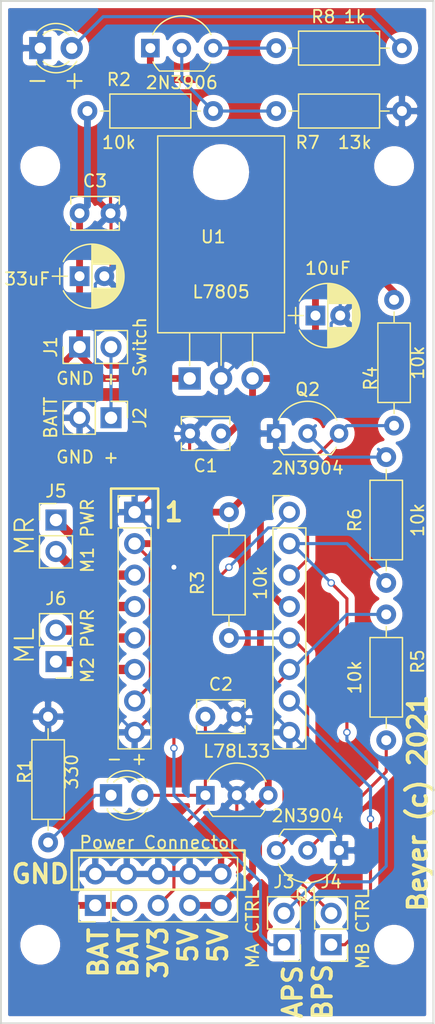
<source format=kicad_pcb>
(kicad_pcb (version 20171130) (host pcbnew "(5.1.4)-1")
  (layers (0 F.Cu signal hide) (31 B.Cu signal) (34 B.Paste user hide) (35 F.Paste user hide) (36 B.SilkS user) (37 F.SilkS user) (38 B.Mask user) (39 F.Mask user hide) (44 Edge.Cuts user))
  (net 0 "")
  (net 1 GND)
  (net 2 +5V)
  (net 3 +3V3)
  (net 4 "Net-(D1-Pad1)")
  (net 5 BPWM)
  (net 6 B2)
  (net 7 APWM)
  (net 8 A2)
  (net 9 B1)
  (net 10 A1)
  (net 11 "Net-(Q1-Pad2)")
  (net 12 "Net-(Q2-Pad2)")
  (net 13 +BATT)
  (net 14 "Net-(J1-Pad1)")
  (net 15 "Net-(J1-Pad2)")
  (net 16 "Net-(J2-Pad1)")
  (net 17 "Net-(J2-Pad2)")
  (net 18 "Net-(J4-Pad1)")
  (net 19 "Net-(D2-Pad2)")
  (net 20 "Net-(Q3-Pad3)")
  (net 21 "Net-(Q3-Pad2)")
  (module "" (layer F.Cu) (at 100.33 25.4)
    (fp_text reference "" (at 111.76 46.99) (layer F.SilkS) (effects (font (size 1.27 1.27))))
    (fp_text value "" (at 111.76 46.99) (layer F.SilkS) (effects (font (size 1.27 1.27))))
  )
  (module "" (layer F.Cu) (at 100.33 25.4)
    (fp_text reference "" (at 111.76 46.99) (layer F.SilkS) (effects (font (size 1.27 1.27))))
    (fp_text value "" (at 111.76 46.99) (layer F.SilkS) (effects (font (size 1.27 1.27))))
  )
  (module "" (layer F.Cu) (at 111.76 46.99)
    (fp_text reference "" (at 102.87 27.94) (layer F.SilkS) (effects (font (size 1.27 1.27))))
    (fp_text value "" (at 102.87 27.94) (layer F.SilkS) (effects (font (size 1.27 1.27))))
  )
  (module "" (layer F.Cu) (at 102.87 27.94)
    (fp_text reference "" (at 107.95 22.86) (layer F.SilkS) (effects (font (size 1.27 1.27))))
    (fp_text value "" (at 107.95 22.86) (layer F.SilkS) (effects (font (size 1.27 1.27))))
  )
  (module "" (layer F.Cu) (at 96.52 27.94)
    (fp_text reference "" (at 107.95 22.86) (layer F.SilkS) (effects (font (size 1.27 1.27))))
    (fp_text value "" (at 107.95 22.86) (layer F.SilkS) (effects (font (size 1.27 1.27))))
    (fp_text user 10k (at 8.89 2.54) (layer F.SilkS))
  )
  (module Package_TO_SOT_THT:TO-92_Inline_Wide (layer F.Cu) (at 107.95 22.86)
    (fp_text reference Q3 hide)
    (fp_text value 2N3906 (at 2.54 2.79) (layer F.SilkS))
    (pad 2 thru_hole circle (at 2.54 0 90) (size 1.5 1.5) (drill 0.8) (layers *.Cu *.Mask) (net 21 "Net-(Q3-Pad2)"))
    (pad 3 thru_hole circle (at 5.08 0 90) (size 1.5 1.5) (drill 0.8) (layers *.Cu *.Mask) (net 20 "Net-(Q3-Pad3)"))
    (pad 1 thru_hole rect (at 0 0 90) (size 1.5 1.5) (drill 0.8) (layers *.Cu *.Mask) (net 2 +5V))
  )
  (module Resistor_THT:R_Axial_DIN0207_L6.3mm_D2.5mm_P10.16mm_Horizontal (layer F.Cu) (at 118.11 22.86)
    (fp_text reference R8 (at 3.81 -2.54) (layer F.SilkS))
    (fp_text value 1k (at 6.35 -2.54) (layer F.SilkS))
    (pad 2 thru_hole oval (at 10.16 0) (size 1.6 1.6) (drill 0.8) (layers *.Cu *.Mask) (net 19 "Net-(D2-Pad2)"))
    (pad 1 thru_hole circle (at 0 0) (size 1.6 1.6) (drill 0.8) (layers *.Cu *.Mask) (net 20 "Net-(Q3-Pad3)"))
  )
  (module Resistor_THT:R_Axial_DIN0207_L6.3mm_D2.5mm_P10.16mm_Horizontal (layer F.Cu) (at 118.11 27.94)
    (fp_text reference R7 (at 2.54 2.54) (layer F.SilkS))
    (fp_text value 13k (at 6.35 2.54) (layer F.SilkS))
    (pad 2 thru_hole oval (at 10.16 0) (size 1.6 1.6) (drill 0.8) (layers *.Cu *.Mask) (net 1 GND))
    (pad 1 thru_hole circle (at 0 0) (size 1.6 1.6) (drill 0.8) (layers *.Cu *.Mask) (net 21 "Net-(Q3-Pad2)"))
  )
  (module Resistor_THT:R_Axial_DIN0207_L6.3mm_D2.5mm_P10.16mm_Horizontal (layer F.Cu) (at 102.87 27.94)
    (fp_text reference R2 (at 2.54 -2.54) (layer F.SilkS))
    (fp_text value 10k hide)
    (pad 2 thru_hole oval (at 10.16 0) (size 1.6 1.6) (drill 0.8) (layers *.Cu *.Mask) (net 21 "Net-(Q3-Pad2)"))
    (pad 1 thru_hole circle (at 0 0) (size 1.6 1.6) (drill 0.8) (layers *.Cu *.Mask) (net 13 +BATT))
  )
  (module LED_THT:LED_D3.0mm (layer F.Cu) (at 99.06 22.86)
    (fp_text reference D2 hide)
    (fp_text value "- +")
    (pad 2 thru_hole circle (at 2.54 0) (size 1.8 1.8) (drill 0.9) (layers *.Cu *.Mask) (net 19 "Net-(D2-Pad2)"))
    (pad 1 thru_hole rect (at 0 0) (size 1.8 1.8) (drill 0.9) (layers *.Cu *.Mask) (net 1 GND))
  )
  (module Package_TO_SOT_THT:TO-92L_Inline_Wide (layer F.Cu) (at 112.395 83.185)
    (fp_text reference L78L33 (at 2.54 -3.56) (layer F.SilkS))
    (fp_text value L78L33_TO92 hide)
    (pad 1 thru_hole rect (at 0 0 90) (size 1.5 1.5) (drill 0.8) (layers *.Cu *.Mask) (net 3 +3V3))
    (pad 3 thru_hole circle (at 5.08 0 90) (size 1.5 1.5) (drill 0.8) (layers *.Cu *.Mask) (net 2 +5V))
    (pad 2 thru_hole circle (at 2.54 0 90) (size 1.5 1.5) (drill 0.8) (layers *.Cu *.Mask) (net 1 GND))
  )
  (module Package_TO_SOT_THT:TO-92L_Inline_Wide (layer F.Cu) (at 118.11 53.975)
    (fp_text reference Q2 (at 2.54 -3.56) (layer F.SilkS))
    (fp_text value 2N3904 (at 2.54 2.79) (layer F.SilkS))
    (fp_text user %R (at 2.54 -3.56) (layer F.SilkS))
    (pad 2 thru_hole circle (at 2.54 0 90) (size 1.5 1.5) (drill 0.8) (layers *.Cu *.Mask) (net 12 "Net-(Q2-Pad2)"))
    (pad 3 thru_hole circle (at 5.08 0 90) (size 1.5 1.5) (drill 0.8) (layers *.Cu *.Mask) (net 10 A1))
    (pad 1 thru_hole rect (at 0 0 90) (size 1.5 1.5) (drill 0.8) (layers *.Cu *.Mask) (net 1 GND))
  )
  (module Package_TO_SOT_THT:TO-92L_Inline_Wide (layer F.Cu) (at 123.19 87.63 180)
    (fp_text reference Q1 (at 2.54 -3.56) (layer F.SilkS))
    (fp_text value 2N3904 (at 2.54 2.79) (layer F.SilkS))
    (pad 2 thru_hole circle (at 2.54 0 270) (size 1.5 1.5) (drill 0.8) (layers *.Cu *.Mask) (net 11 "Net-(Q1-Pad2)"))
    (pad 3 thru_hole circle (at 5.08 0 270) (size 1.5 1.5) (drill 0.8) (layers *.Cu *.Mask) (net 9 B1))
    (pad 1 thru_hole rect (at 0 0 270) (size 1.5 1.5) (drill 0.8) (layers *.Cu *.Mask) (net 1 GND))
  )
  (module Capacitors_THT:C_Disc_D3.8mm_W2.6mm_P2.50mm (layer F.Cu) (at 112.395 76.835)
    (fp_text reference C2 (at 1.25 -2.61) (layer F.SilkS))
    (fp_text value 0.1uF hide)
    (pad 1 thru_hole circle (at 0 0) (size 1.6 1.6) (drill 0.8) (layers *.Cu *.Mask) (net 3 +3V3))
    (pad 2 thru_hole circle (at 2.5 0) (size 1.6 1.6) (drill 0.8) (layers *.Cu *.Mask) (net 1 GND))
  )
  (module Pin_Headers:Pin_Header_Straight_1x02_Pitch2.54mm (layer F.Cu) (at 100.33 60.96)
    (fp_text reference J5 (at 0 -2.33) (layer F.SilkS))
    (fp_text value "M1 PWR" (at 2.54 1.27 90) (layer F.SilkS))
    (pad 1 thru_hole rect (at 0 0) (size 1.7 1.7) (drill 1) (layers *.Cu *.Mask) (net 14 "Net-(J1-Pad1)"))
    (pad 2 thru_hole oval (at 0 2.54) (size 1.7 1.7) (drill 1) (layers *.Cu *.Mask) (net 15 "Net-(J1-Pad2)"))
  )
  (module Pin_Headers:Pin_Header_Straight_1x02_Pitch2.54mm (layer F.Cu) (at 100.33 72.39 180)
    (fp_text reference J6 (at 0 5.08 180) (layer F.SilkS))
    (fp_text value "M2 PWR" (at -2.54 1.27 270) (layer F.SilkS))
    (pad 1 thru_hole rect (at 0 0 180) (size 1.7 1.7) (drill 1) (layers *.Cu *.Mask) (net 16 "Net-(J2-Pad1)"))
    (pad 2 thru_hole oval (at 0 2.54 180) (size 1.7 1.7) (drill 1) (layers *.Cu *.Mask) (net 17 "Net-(J2-Pad2)"))
  )
  (module TO_SOT_Packages_THT:TO-220-3_Horizontal (layer F.Cu) (at 111.125 49.53)
    (fp_text reference U1 (at 1.905 -11.43) (layer F.SilkS))
    (fp_text value L7805 (at 2.54 -6.985) (layer F.SilkS))
    (pad 0 np_thru_hole oval (at 2.54 -16.66) (size 3.5 3.5) (drill 3.5) (layers *.Cu *.Mask))
    (pad 1 thru_hole rect (at 0 0) (size 1.8 1.8) (drill 1) (layers *.Cu *.Mask) (net 13 +BATT))
    (pad 2 thru_hole oval (at 2.54 0) (size 1.8 1.8) (drill 1) (layers *.Cu *.Mask) (net 1 GND))
    (pad 3 thru_hole oval (at 5.08 0) (size 1.8 1.8) (drill 1) (layers *.Cu *.Mask) (net 2 +5V))
  )
  (module Capacitors_THT:CP_Radial_D5.0mm_P2.00mm (layer F.Cu) (at 102.235 41.275)
    (fp_text reference C6 hide)
    (fp_text value 33uF (at -4.235 0.225) (layer F.SilkS))
    (pad 2 thru_hole circle (at 2 0) (size 1.6 1.6) (drill 0.8) (layers *.Cu *.Mask) (net 1 GND))
    (pad 1 thru_hole rect (at 0 0) (size 1.6 1.6) (drill 0.8) (layers *.Cu *.Mask) (net 13 +BATT))
  )
  (module LEDs:LED_D3.0mm (layer F.Cu) (at 104.775 83.185)
    (fp_text reference "- +" (at 1.27 -2.96) (layer F.SilkS))
    (fp_text value + hide)
    (pad 1 thru_hole rect (at 0 0) (size 1.8 1.8) (drill 0.9) (layers *.Cu *.Mask) (net 4 "Net-(D1-Pad1)"))
    (pad 2 thru_hole circle (at 2.54 0) (size 1.8 1.8) (drill 0.9) (layers *.Cu *.Mask) (net 3 +3V3))
  )
  (module Pin_Headers:Pin_Header_Straight_1x02_Pitch2.54mm (layer F.Cu) (at 122.555 95.25 180)
    (fp_text reference J4 (at 0 5.08 180) (layer F.SilkS))
    (fp_text value "MB CTRL" (at -2.54 1.27 270) (layer F.SilkS))
    (pad 1 thru_hole rect (at 0 0 180) (size 1.7 1.7) (drill 1) (layers *.Cu *.Mask) (net 5 BPWM))
    (pad 2 thru_hole oval (at 0 2.54 180) (size 1.7 1.7) (drill 1) (layers *.Cu *.Mask) (net 6 B2))
  )
  (module Pin_Headers:Pin_Header_Straight_1x02_Pitch2.54mm (layer F.Cu) (at 118.745 95.25 180)
    (fp_text reference J3 (at 0 5.08 180) (layer F.SilkS))
    (fp_text value "MA CTRL" (at 2.54 1.27 270) (layer F.SilkS))
    (pad 1 thru_hole rect (at 0 0 180) (size 1.7 1.7) (drill 1) (layers *.Cu *.Mask) (net 7 APWM))
    (pad 2 thru_hole oval (at 0 2.54 180) (size 1.7 1.7) (drill 1) (layers *.Cu *.Mask) (net 8 A2))
  )
  (module Capacitors_THT:C_Disc_D3.8mm_W2.6mm_P2.50mm (layer F.Cu) (at 113.665 53.975 180)
    (fp_text reference C1 (at 1.25 -2.61 180) (layer F.SilkS))
    (fp_text value 0.1uF hide)
    (pad 1 thru_hole circle (at 0 0 180) (size 1.6 1.6) (drill 0.8) (layers *.Cu *.Mask) (net 2 +5V))
    (pad 2 thru_hole circle (at 2.5 0 180) (size 1.6 1.6) (drill 0.8) (layers *.Cu *.Mask) (net 1 GND))
  )
  (module Capacitors_THT:C_Disc_D3.8mm_W2.6mm_P2.50mm (layer F.Cu) (at 102.235 36.195)
    (fp_text reference C3 (at 1.25 -2.61) (layer F.SilkS))
    (fp_text value 0.1uF hide)
    (pad 1 thru_hole circle (at 0 0) (size 1.6 1.6) (drill 0.8) (layers *.Cu *.Mask) (net 13 +BATT))
    (pad 2 thru_hole circle (at 2.5 0) (size 1.6 1.6) (drill 0.8) (layers *.Cu *.Mask) (net 1 GND))
  )
  (module Capacitors_THT:CP_Radial_D5.0mm_P2.00mm (layer F.Cu) (at 121.285 44.45)
    (fp_text reference C3 hide)
    (fp_text value 10uF (at 1 -3.81) (layer F.SilkS))
    (pad 2 thru_hole circle (at 2 0) (size 1.6 1.6) (drill 0.8) (layers *.Cu *.Mask) (net 1 GND))
    (pad 1 thru_hole rect (at 0 0) (size 1.6 1.6) (drill 0.8) (layers *.Cu *.Mask) (net 2 +5V))
  )
  (module Pin_Headers:Pin_Header_Straight_2x05_Pitch2.54mm (layer F.Cu) (at 103.505 92.075 90)
    (fp_text reference J3 hide)
    (fp_text value "Power Connector" (at 5.08 5.08 180) (layer F.SilkS))
    (pad 1 thru_hole rect (at 0 0 90) (size 1.7 1.7) (drill 1) (layers *.Cu *.Mask) (net 13 +BATT))
    (pad 2 thru_hole oval (at 2.54 0 90) (size 1.7 1.7) (drill 1) (layers *.Cu *.Mask) (net 1 GND))
    (pad 3 thru_hole oval (at 0 2.54 90) (size 1.7 1.7) (drill 1) (layers *.Cu *.Mask) (net 13 +BATT))
    (pad 4 thru_hole oval (at 2.54 2.54 90) (size 1.7 1.7) (drill 1) (layers *.Cu *.Mask) (net 1 GND))
    (pad 5 thru_hole oval (at 0 5.08 90) (size 1.7 1.7) (drill 1) (layers *.Cu *.Mask) (net 3 +3V3))
    (pad 6 thru_hole oval (at 2.54 5.08 90) (size 1.7 1.7) (drill 1) (layers *.Cu *.Mask) (net 1 GND))
    (pad 7 thru_hole oval (at 0 7.62 90) (size 1.7 1.7) (drill 1) (layers *.Cu *.Mask) (net 2 +5V))
    (pad 8 thru_hole oval (at 2.54 7.62 90) (size 1.7 1.7) (drill 1) (layers *.Cu *.Mask) (net 1 GND))
    (pad 9 thru_hole oval (at 0 10.16 90) (size 1.7 1.7) (drill 1) (layers *.Cu *.Mask) (net 2 +5V))
    (pad 10 thru_hole oval (at 2.54 10.16 90) (size 1.7 1.7) (drill 1) (layers *.Cu *.Mask) (net 1 GND))
  )
  (module Pin_Headers:Pin_Header_Straight_1x02_Pitch2.54mm (layer F.Cu) (at 104.775 52.705 270)
    (fp_text reference J2 (at 0 -2.33 270) (layer F.SilkS))
    (fp_text value BATT (at 0 4.87 270) (layer F.SilkS))
    (pad 1 thru_hole rect (at 0 0 270) (size 1.7 1.7) (drill 1) (layers *.Cu *.Mask) (net 18 "Net-(J4-Pad1)"))
    (pad 2 thru_hole oval (at 0 2.54 270) (size 1.7 1.7) (drill 1) (layers *.Cu *.Mask) (net 1 GND))
  )
  (module Mounting_Holes:MountingHole_2.2mm_M2 (layer F.Cu) (at 127.635 32.385)
    (fp_text reference "" (at 0 -3.2) (layer F.SilkS))
    (fp_text value "")
    (pad 1 np_thru_hole circle (at 0 0) (size 2.2 2.2) (drill 2.2) (layers *.Cu *.Mask))
  )
  (module Mounting_Holes:MountingHole_2.2mm_M2 (layer F.Cu) (at 99.06 32.385)
    (fp_text reference "" (at 0 -3.2) (layer F.SilkS))
    (fp_text value "")
    (pad 1 np_thru_hole circle (at 0 0) (size 2.2 2.2) (drill 2.2) (layers *.Cu *.Mask))
  )
  (module Mounting_Holes:MountingHole_2.2mm_M2 (layer F.Cu) (at 127.635 95.25)
    (fp_text reference "" (at 0 -3.2) (layer F.SilkS))
    (fp_text value "")
    (pad 1 np_thru_hole circle (at 0 0) (size 2.2 2.2) (drill 2.2) (layers *.Cu *.Mask))
  )
  (module Mounting_Holes:MountingHole_2.2mm_M2 (layer F.Cu) (at 99.06 95.25)
    (fp_text reference "" (at 0 -3.2) (layer F.SilkS))
    (fp_text value "")
    (pad 1 np_thru_hole circle (at 0 0) (size 2.2 2.2) (drill 2.2) (layers *.Cu *.Mask))
  )
  (module Pin_Headers:Pin_Header_Straight_1x02_Pitch2.54mm (layer F.Cu) (at 102.235 46.99 90)
    (fp_text reference J1 (at 0 -2.33 90) (layer F.SilkS))
    (fp_text value Switch (at 0 4.87 90) (layer F.SilkS))
    (pad 2 thru_hole oval (at 0 2.54 90) (size 1.7 1.7) (drill 1) (layers *.Cu *.Mask) (net 18 "Net-(J4-Pad1)"))
    (pad 1 thru_hole rect (at 0 0 90) (size 1.7 1.7) (drill 1) (layers *.Cu *.Mask) (net 13 +BATT))
  )
  (module bob:Pololu_TB6612 (layer F.Cu) (at 106.68 60.325)
    (fp_text reference J8 hide)
    (fp_text value TB6612_Motor_Driver hide)
    (pad 9 thru_hole oval (at 12.5 17.78) (size 1.7 1.7) (drill 1) (layers *.Cu *.Mask) (net 1 GND))
    (pad 10 thru_hole oval (at 12.5 15.24) (size 1.7 1.7) (drill 1) (layers *.Cu *.Mask) (net 5 BPWM))
    (pad 11 thru_hole oval (at 12.5 12.7) (size 1.7 1.7) (drill 1) (layers *.Cu *.Mask) (net 6 B2))
    (pad 12 thru_hole oval (at 12.5 10.16) (size 1.7 1.7) (drill 1) (layers *.Cu *.Mask) (net 9 B1))
    (pad 13 thru_hole oval (at 12.5 7.62) (size 1.7 1.7) (drill 1) (layers *.Cu *.Mask) (net 2 +5V))
    (pad 14 thru_hole oval (at 12.5 5.08) (size 1.7 1.7) (drill 1) (layers *.Cu *.Mask) (net 10 A1))
    (pad 15 thru_hole oval (at 12.5 2.54) (size 1.7 1.7) (drill 1) (layers *.Cu *.Mask) (net 8 A2))
    (pad 16 thru_hole circle (at 12.5 0) (size 1.7 1.7) (drill 1) (layers *.Cu *.Mask) (net 7 APWM))
    (pad 1 thru_hole rect (at 0 0) (size 1.7 1.7) (drill 1) (layers *.Cu *.Mask) (net 1 GND))
    (pad 2 thru_hole oval (at 0 2.54) (size 1.7 1.7) (drill 1) (layers *.Cu *.Mask) (net 2 +5V))
    (pad 3 thru_hole oval (at 0 5.08) (size 1.7 1.7) (drill 1) (layers *.Cu *.Mask) (net 14 "Net-(J1-Pad1)"))
    (pad 4 thru_hole oval (at 0 7.62) (size 1.7 1.7) (drill 1) (layers *.Cu *.Mask) (net 15 "Net-(J1-Pad2)"))
    (pad 5 thru_hole oval (at 0 10.16) (size 1.7 1.7) (drill 1) (layers *.Cu *.Mask) (net 17 "Net-(J2-Pad2)"))
    (pad 6 thru_hole oval (at 0 12.7) (size 1.7 1.7) (drill 1) (layers *.Cu *.Mask) (net 16 "Net-(J2-Pad1)"))
    (pad 7 thru_hole oval (at 0 15.24) (size 1.7 1.7) (drill 1) (layers *.Cu *.Mask) (net 2 +5V))
    (pad 8 thru_hole oval (at 0 17.78) (size 1.7 1.7) (drill 1) (layers *.Cu *.Mask) (net 1 GND))
  )
  (module Resistors_THT:R_Axial_DIN0207_L6.3mm_D2.5mm_P10.16mm_Horizontal (layer F.Cu) (at 99.695 86.995 90)
    (fp_text reference R1 (at 5.715 -1.905 90) (layer F.SilkS))
    (fp_text value 330 (at 5.715 1.905 90) (layer F.SilkS))
    (pad 1 thru_hole circle (at 0 0 90) (size 1.6 1.6) (drill 0.8) (layers *.Cu *.Mask) (net 4 "Net-(D1-Pad1)"))
    (pad 2 thru_hole oval (at 10.16 0 90) (size 1.6 1.6) (drill 0.8) (layers *.Cu *.Mask) (net 1 GND))
  )
  (module Resistors_THT:R_Axial_DIN0207_L6.3mm_D2.5mm_P10.16mm_Horizontal (layer F.Cu) (at 114.3 70.485 90)
    (fp_text reference R3 (at 4.445 -2.54 90) (layer F.SilkS))
    (fp_text value 10k (at 4.445 2.54 90) (layer F.SilkS))
    (pad 1 thru_hole circle (at 0 0 90) (size 1.6 1.6) (drill 0.8) (layers *.Cu *.Mask) (net 9 B1))
    (pad 2 thru_hole oval (at 10.16 0 90) (size 1.6 1.6) (drill 0.8) (layers *.Cu *.Mask) (net 2 +5V))
  )
  (module Resistors_THT:R_Axial_DIN0207_L6.3mm_D2.5mm_P10.16mm_Horizontal (layer F.Cu) (at 127.635 53.34 90)
    (fp_text reference R4 (at 3.81 -1.905 90) (layer F.SilkS))
    (fp_text value 10k (at 5.08 1.905 90) (layer F.SilkS))
    (pad 1 thru_hole circle (at 0 0 90) (size 1.6 1.6) (drill 0.8) (layers *.Cu *.Mask) (net 10 A1))
    (pad 2 thru_hole oval (at 10.16 0 90) (size 1.6 1.6) (drill 0.8) (layers *.Cu *.Mask) (net 2 +5V))
  )
  (module Resistors_THT:R_Axial_DIN0207_L6.3mm_D2.5mm_P10.16mm_Horizontal (layer F.Cu) (at 127 68.58 270)
    (fp_text reference R5 (at 3.81 -2.54 270) (layer F.SilkS))
    (fp_text value 10k (at 5.08 2.54 270) (layer F.SilkS))
    (pad 1 thru_hole circle (at 0 0 270) (size 1.6 1.6) (drill 0.8) (layers *.Cu *.Mask) (net 6 B2))
    (pad 2 thru_hole oval (at 10.16 0 270) (size 1.6 1.6) (drill 0.8) (layers *.Cu *.Mask) (net 11 "Net-(Q1-Pad2)"))
  )
  (module Resistors_THT:R_Axial_DIN0207_L6.3mm_D2.5mm_P10.16mm_Horizontal (layer F.Cu) (at 127 66.04 90)
    (fp_text reference R6 (at 5.08 -2.54 90) (layer F.SilkS))
    (fp_text value 10k (at 5.08 2.54 90) (layer F.SilkS))
    (pad 1 thru_hole circle (at 0 0 90) (size 1.6 1.6) (drill 0.8) (layers *.Cu *.Mask) (net 8 A2))
    (pad 2 thru_hole oval (at 10.16 0 90) (size 1.6 1.6) (drill 0.8) (layers *.Cu *.Mask) (net 12 "Net-(Q2-Pad2)"))
  )
  (gr_text ML (at 97.79 71.12 90) (layer F.SilkS) (effects (font (size 1.5 1.5))))
  (gr_text MR (at 97.79 62.23 90) (layer F.SilkS) (effects (font (size 1.5 1.5))))
  (gr_text "- +" (at 100.33 25.4) (layer F.SilkS) (effects (font (size 1.5 1.5))))
  (gr_text "GND +" (at 102.87 55.88) (layer F.SilkS) (effects (font (size 1 1))))
  (gr_text "GND +" (at 102.87 49.53) (layer F.SilkS) (effects (font (size 1 1))))
  (gr_text "Beyer (c) 2021" (at 129.54 83.82 90) (layer F.SilkS) (effects (font (size 1.5 1.5) (thickness 0.3))))
  (gr_text GND (at 99.06 89.535) (layer F.SilkS) (effects (font (size 1.5 1.5) (thickness 0.3))))
  (gr_line (start 101.6 87.63) (end 101.6 90.805) (angle 90) (layer F.SilkS) (width 0.2))
  (gr_line (start 115.57 87.63) (end 101.6 87.63) (angle 90) (layer F.SilkS) (width 0.2))
  (gr_line (start 115.57 90.805) (end 115.57 87.63) (angle 90) (layer F.SilkS) (width 0.2))
  (gr_line (start 101.6 90.805) (end 115.57 90.805) (angle 90) (layer F.SilkS) (width 0.2))
  (gr_text 1 (at 109.855 60.325) (layer F.SilkS) (effects (font (size 1.5 1.5) (thickness 0.3))))
  (gr_line (start 104.775 58.42) (end 104.775 61.595) (angle 90) (layer F.SilkS) (width 0.2))
  (gr_line (start 108.585 58.42) (end 108.585 61.595) (angle 90) (layer F.SilkS) (width 0.2))
  (gr_line (start 104.775 58.42) (end 108.585 58.42) (angle 90) (layer F.SilkS) (width 0.2))
  (gr_text "APS\nBPS" (at 120.65 99.06 90) (layer F.SilkS) (effects (font (size 1.5 1.5) (thickness 0.3))))
  (gr_text "BAT\nBAT\n3V3\n 5V\n 5V" (at 108.585 95.885 90) (layer F.SilkS) (effects (font (size 1.5 1.5) (thickness 0.3))))
  (gr_line (start 95.885 93.98) (end 95.885 101.6) (angle 90) (layer Edge.Cuts) (width 0.15))
  (gr_line (start 130.81 93.98) (end 130.81 101.6) (angle 90) (layer Edge.Cuts) (width 0.15))
  (gr_line (start 95.885 19.05) (end 130.81 19.05) (angle 90) (layer Edge.Cuts) (width 0.15))
  (gr_line (start 130.81 93.98) (end 130.81 77.47) (angle 90) (layer Edge.Cuts) (width 0.15))
  (gr_line (start 95.885 101.6) (end 130.81 101.6) (angle 90) (layer Edge.Cuts) (width 0.15))
  (gr_line (start 95.885 77.47) (end 95.885 93.98) (angle 90) (layer Edge.Cuts) (width 0.15))
  (gr_line (start 95.885 19.05) (end 95.885 77.47) (angle 90) (layer Edge.Cuts) (width 0.15))
  (gr_line (start 130.81 19.05) (end 130.81 77.47) (angle 90) (layer Edge.Cuts) (width 0.15))
  (segment (start 113.665 49.53) (end 117.475 45.72) (width 0.25) (layer B.Cu) (net 1))
  (segment (start 117.475 45.72) (end 122.555 45.72) (width 0.25) (layer B.Cu) (net 1))
  (segment (start 122.555 45.72) (end 122.555 45.085) (width 0.25) (layer B.Cu) (net 1))
  (segment (start 122.555 45.085) (end 123.19 44.45) (width 0.25) (layer B.Cu) (net 1))
  (segment (start 123.19 44.45) (end 123.285 44.45) (width 0.25) (layer B.Cu) (net 1))
  (segment (start 106.68 60.325) (end 111.125 55.88) (width 0.25) (layer F.Cu) (net 1))
  (segment (start 111.125 55.88) (end 111.125 53.975) (width 0.25) (layer F.Cu) (net 1))
  (segment (start 111.125 53.975) (end 111.165 53.975) (width 0.25) (layer F.Cu) (net 1))
  (segment (start 119.18 78.105) (end 119.38 78.105) (width 0.25) (layer B.Cu) (net 1))
  (segment (start 102.235 52.705) (end 102.235 49.53) (width 0.25) (layer B.Cu) (net 1))
  (segment (start 102.235 49.53) (end 103.505 48.26) (width 0.25) (layer B.Cu) (net 1))
  (segment (start 103.505 48.26) (end 103.505 41.91) (width 0.25) (layer B.Cu) (net 1))
  (segment (start 103.505 41.91) (end 104.14 41.275) (width 0.25) (layer B.Cu) (net 1))
  (segment (start 104.14 41.275) (end 104.235 41.275) (width 0.25) (layer B.Cu) (net 1))
  (segment (start 106.68 78.105) (end 109.855 74.93) (width 0.25) (layer F.Cu) (net 1))
  (segment (start 109.855 74.93) (end 109.855 64.77) (width 0.25) (layer F.Cu) (net 1))
  (via (at 109.855 64.77) (size 0.6) (layers F.Cu B.Cu) (net 1))
  (segment (start 109.855 64.77) (end 109.855 63.5) (width 0.25) (layer B.Cu) (net 1))
  (segment (start 109.855 63.5) (end 106.68 60.325) (width 0.25) (layer B.Cu) (net 1))
  (segment (start 111.165 53.975) (end 111.125 53.975) (width 0.25) (layer F.Cu) (net 1))
  (segment (start 111.125 53.975) (end 113.665 51.435) (width 0.25) (layer F.Cu) (net 1))
  (segment (start 113.665 51.435) (end 113.665 49.53) (width 0.25) (layer F.Cu) (net 1))
  (segment (start 111.165 53.975) (end 103.505 53.975) (width 0.25) (layer B.Cu) (net 1))
  (segment (start 103.505 53.975) (end 102.235 52.705) (width 0.25) (layer B.Cu) (net 1))
  (segment (start 114.895 76.835) (end 114.935 76.835) (width 0.25) (layer B.Cu) (net 1))
  (segment (start 114.935 76.835) (end 113.665 78.105) (width 0.25) (layer B.Cu) (net 1))
  (segment (start 113.665 78.105) (end 106.68 78.105) (width 0.25) (layer B.Cu) (net 1))
  (segment (start 106.68 78.105) (end 105.41 76.835) (width 0.25) (layer B.Cu) (net 1))
  (segment (start 105.41 76.835) (end 99.695 76.835) (width 0.25) (layer B.Cu) (net 1))
  (segment (start 114.895 76.835) (end 114.935 76.835) (width 0.25) (layer F.Cu) (net 1))
  (segment (start 114.935 76.835) (end 113.665 78.105) (width 0.25) (layer F.Cu) (net 1))
  (segment (start 119.18 78.105) (end 119.38 78.105) (width 0.25) (layer B.Cu) (net 1))
  (segment (start 119.38 78.105) (end 118.11 76.835) (width 0.25) (layer B.Cu) (net 1))
  (segment (start 118.11 76.835) (end 114.895 76.835) (width 0.25) (layer B.Cu) (net 1))
  (segment (start 111.165 53.975) (end 111.125 53.975) (width 0.25) (layer B.Cu) (net 1))
  (segment (start 111.125 53.975) (end 112.395 52.705) (width 0.25) (layer B.Cu) (net 1))
  (segment (start 112.395 52.705) (end 114.935 52.705) (width 0.25) (layer B.Cu) (net 1))
  (segment (start 114.935 52.705) (end 116.205 53.975) (width 0.25) (layer B.Cu) (net 1))
  (segment (start 116.205 53.975) (end 118.11 53.975) (width 0.25) (layer B.Cu) (net 1))
  (segment (start 104.235 41.275) (end 104.14 41.275) (width 0.25) (layer F.Cu) (net 1))
  (segment (start 104.14 41.275) (end 104.775 40.64) (width 0.25) (layer F.Cu) (net 1))
  (segment (start 104.775 40.64) (end 104.775 36.195) (width 0.25) (layer F.Cu) (net 1))
  (segment (start 104.775 36.195) (end 104.735 36.195) (width 0.25) (layer F.Cu) (net 1))
  (segment (start 111.125 89.535) (end 108.585 89.535) (width 0.25) (layer B.Cu) (net 1))
  (segment (start 108.585 89.535) (end 106.045 89.535) (width 0.25) (layer B.Cu) (net 1))
  (segment (start 106.045 89.535) (end 103.505 89.535) (width 0.25) (layer B.Cu) (net 1))
  (segment (start 113.665 89.535) (end 111.125 89.535) (width 0.25) (layer B.Cu) (net 1))
  (segment (start 119.38 78.105) (end 119.38 78.74) (width 0.25) (layer B.Cu) (net 1))
  (segment (start 123.19 82.115) (end 123.19 87.63) (width 0.25) (layer B.Cu) (net 1))
  (segment (start 119.18 78.105) (end 123.19 82.115) (width 0.25) (layer B.Cu) (net 1))
  (segment (start 113.665 81.915) (end 114.935 83.185) (width 0.25) (layer F.Cu) (net 1))
  (segment (start 113.665 78.105) (end 113.665 81.915) (width 0.25) (layer F.Cu) (net 1))
  (segment (start 114.935 88.265) (end 113.665 89.535) (width 0.25) (layer F.Cu) (net 1))
  (segment (start 114.935 83.185) (end 114.935 88.265) (width 0.25) (layer F.Cu) (net 1))
  (segment (start 123.285 44.45) (end 123.285 32.925) (width 0.25) (layer B.Cu) (net 1))
  (segment (start 99.06 22.86) (end 99.06 27.94) (width 0.25) (layer F.Cu) (net 1))
  (segment (start 104.735 33.615) (end 104.735 36.195) (width 0.25) (layer F.Cu) (net 1))
  (segment (start 99.06 27.94) (end 104.735 33.615) (width 0.25) (layer F.Cu) (net 1))
  (segment (start 128.27 27.94) (end 125.73 27.94) (width 0.25) (layer B.Cu) (net 1))
  (segment (start 123.285 30.385) (end 123.285 32.925) (width 0.25) (layer B.Cu) (net 1))
  (segment (start 125.73 27.94) (end 123.285 30.385) (width 0.25) (layer B.Cu) (net 1))
  (segment (start 106.68 75.565) (end 107.95 74.295) (width 0.25) (layer F.Cu) (net 2))
  (segment (start 107.95 74.295) (end 107.95 64.135) (width 0.25) (layer F.Cu) (net 2))
  (segment (start 107.95 64.135) (end 106.68 62.865) (width 0.25) (layer F.Cu) (net 2))
  (segment (start 116.84 81.28) (end 116.84 66.04) (width 0.55) (layer F.Cu) (net 2))
  (segment (start 106.68 62.865) (end 109.855 62.865) (width 0.55) (layer F.Cu) (net 2))
  (segment (start 112.395 60.325) (end 114.3 60.325) (width 0.55) (layer F.Cu) (net 2))
  (segment (start 109.855 62.865) (end 112.395 60.325) (width 0.55) (layer F.Cu) (net 2))
  (segment (start 119.18 67.945) (end 118.745 67.945) (width 0.55) (layer F.Cu) (net 2))
  (segment (start 118.745 67.945) (end 116.84 66.04) (width 0.55) (layer F.Cu) (net 2))
  (segment (start 116.84 66.04) (end 116.84 60.325) (width 0.55) (layer F.Cu) (net 2))
  (segment (start 116.84 60.325) (end 115.57 59.055) (width 0.55) (layer F.Cu) (net 2))
  (segment (start 113.665 53.975) (end 114.3 53.975) (width 0.55) (layer F.Cu) (net 2))
  (segment (start 114.3 53.975) (end 115.57 52.705) (width 0.55) (layer F.Cu) (net 2))
  (segment (start 116.205 49.53) (end 116.205 51.435) (width 0.55) (layer F.Cu) (net 2))
  (segment (start 115.57 59.055) (end 114.3 60.325) (width 0.55) (layer F.Cu) (net 2))
  (segment (start 115.57 52.07) (end 115.57 52.705) (width 0.55) (layer F.Cu) (net 2))
  (segment (start 115.57 52.705) (end 115.57 59.055) (width 0.55) (layer F.Cu) (net 2))
  (segment (start 116.205 51.435) (end 115.57 52.07) (width 0.55) (layer F.Cu) (net 2))
  (segment (start 127.635 43.18) (end 127.635 42.545) (width 0.55) (layer F.Cu) (net 2))
  (segment (start 127.635 42.545) (end 125.73 40.64) (width 0.55) (layer F.Cu) (net 2))
  (segment (start 125.73 40.64) (end 122.555 40.64) (width 0.55) (layer F.Cu) (net 2))
  (segment (start 122.555 40.64) (end 121.285 41.91) (width 0.55) (layer F.Cu) (net 2))
  (segment (start 116.205 49.53) (end 118.11 49.53) (width 0.55) (layer F.Cu) (net 2))
  (segment (start 121.285 46.355) (end 121.285 44.45) (width 0.55) (layer F.Cu) (net 2))
  (segment (start 118.11 49.53) (end 121.285 46.355) (width 0.55) (layer F.Cu) (net 2))
  (segment (start 113.665 92.075) (end 111.125 92.075) (width 0.55) (layer F.Cu) (net 2))
  (segment (start 117.475 81.915) (end 117.475 83.185) (width 0.55) (layer F.Cu) (net 2))
  (segment (start 116.84 81.28) (end 117.475 81.915) (width 0.55) (layer F.Cu) (net 2))
  (segment (start 116.205 89.535) (end 113.665 92.075) (width 0.55) (layer F.Cu) (net 2))
  (segment (start 117.475 83.185) (end 116.205 84.455) (width 0.55) (layer F.Cu) (net 2))
  (segment (start 116.205 84.455) (end 116.205 89.535) (width 0.55) (layer F.Cu) (net 2))
  (segment (start 120.65 27.94) (end 120.65 41.91) (width 0.55) (layer F.Cu) (net 2))
  (segment (start 121.285 42.545) (end 121.285 44.45) (width 0.55) (layer F.Cu) (net 2))
  (segment (start 118.11 25.4) (end 120.65 27.94) (width 0.55) (layer F.Cu) (net 2))
  (segment (start 121.285 41.91) (end 121.285 42.545) (width 0.55) (layer F.Cu) (net 2))
  (segment (start 120.65 41.91) (end 121.285 42.545) (width 0.55) (layer F.Cu) (net 2))
  (segment (start 107.95 24.16) (end 107.95 22.86) (width 0.55) (layer F.Cu) (net 2))
  (segment (start 109.19 25.4) (end 107.95 24.16) (width 0.55) (layer F.Cu) (net 2))
  (segment (start 118.11 25.4) (end 109.19 25.4) (width 0.55) (layer F.Cu) (net 2))
  (segment (start 112.395 83.185) (end 112.395 83.82) (width 0.25) (layer F.Cu) (net 3))
  (segment (start 112.395 83.82) (end 109.855 86.36) (width 0.25) (layer F.Cu) (net 3))
  (segment (start 109.855 90.805) (end 108.585 92.075) (width 0.25) (layer F.Cu) (net 3))
  (segment (start 109.855 86.36) (end 109.855 90.805) (width 0.25) (layer F.Cu) (net 3))
  (segment (start 112.395 76.835) (end 112.395 83.185) (width 0.25) (layer F.Cu) (net 3))
  (segment (start 112.395 83.185) (end 107.315 83.185) (width 0.25) (layer F.Cu) (net 3))
  (segment (start 99.695 86.995) (end 103.505 83.185) (width 0.25) (layer B.Cu) (net 4))
  (segment (start 103.505 83.185) (end 104.775 83.185) (width 0.25) (layer B.Cu) (net 4))
  (segment (start 119.18 75.565) (end 119.38 75.565) (width 0.25) (layer B.Cu) (net 5))
  (segment (start 119.38 75.565) (end 120.65 76.835) (width 0.25) (layer B.Cu) (net 5))
  (segment (start 120.65 76.835) (end 120.65 77.47) (width 0.25) (layer B.Cu) (net 5))
  (segment (start 120.65 77.47) (end 125.73 82.55) (width 0.25) (layer B.Cu) (net 5))
  (via (at 125.73 85.09) (size 0.6) (layers F.Cu B.Cu) (net 5))
  (segment (start 123.655 95.25) (end 122.555 95.25) (width 0.25) (layer F.Cu) (net 5))
  (segment (start 125.73 93.175) (end 123.655 95.25) (width 0.25) (layer F.Cu) (net 5))
  (segment (start 125.73 85.09) (end 125.73 93.175) (width 0.25) (layer F.Cu) (net 5))
  (segment (start 125.73 82.55) (end 125.73 85.09) (width 0.25) (layer B.Cu) (net 5))
  (segment (start 119.18 73.025) (end 119.38 73.025) (width 0.25) (layer F.Cu) (net 6))
  (segment (start 119.38 73.025) (end 118.11 74.295) (width 0.25) (layer F.Cu) (net 6))
  (segment (start 118.11 74.295) (end 117.475 74.295) (width 0.25) (layer F.Cu) (net 6))
  (segment (start 117.475 74.295) (end 117.475 79.375) (width 0.25) (layer F.Cu) (net 6))
  (segment (start 117.475 79.375) (end 118.745 80.645) (width 0.25) (layer F.Cu) (net 6))
  (segment (start 118.745 80.645) (end 118.745 84.455) (width 0.25) (layer F.Cu) (net 6))
  (segment (start 119.18 73.025) (end 119.38 73.025) (width 0.25) (layer B.Cu) (net 6))
  (segment (start 119.38 73.025) (end 123.825 68.58) (width 0.25) (layer B.Cu) (net 6))
  (segment (start 123.825 68.58) (end 127 68.58) (width 0.25) (layer B.Cu) (net 6))
  (segment (start 118.745 84.455) (end 116.84 86.36) (width 0.25) (layer F.Cu) (net 6))
  (segment (start 116.84 86.36) (end 116.84 88.9) (width 0.25) (layer F.Cu) (net 6))
  (segment (start 116.84 88.9) (end 118.11 90.17) (width 0.25) (layer F.Cu) (net 6))
  (segment (start 120.015 90.17) (end 122.555 92.71) (width 0.25) (layer F.Cu) (net 6))
  (segment (start 118.11 90.17) (end 120.015 90.17) (width 0.25) (layer F.Cu) (net 6))
  (segment (start 119.18 60.325) (end 119.38 60.325) (width 0.25) (layer B.Cu) (net 7))
  (segment (start 119.38 60.325) (end 118.11 61.595) (width 0.25) (layer B.Cu) (net 7))
  (segment (start 118.11 61.595) (end 117.475 61.595) (width 0.25) (layer B.Cu) (net 7))
  (segment (start 117.475 61.595) (end 114.3 64.77) (width 0.25) (layer B.Cu) (net 7))
  (via (at 114.3 64.77) (size 0.6) (layers F.Cu B.Cu) (net 7))
  (segment (start 114.3 64.77) (end 111.125 67.945) (width 0.25) (layer F.Cu) (net 7))
  (segment (start 111.125 67.945) (end 111.125 75.565) (width 0.25) (layer F.Cu) (net 7))
  (segment (start 111.125 75.565) (end 109.855 76.835) (width 0.25) (layer F.Cu) (net 7))
  (segment (start 109.855 76.835) (end 109.855 79.375) (width 0.25) (layer F.Cu) (net 7))
  (via (at 109.855 79.375) (size 0.6) (layers F.Cu B.Cu) (net 7))
  (segment (start 116.84 94.445) (end 117.645 95.25) (width 0.25) (layer B.Cu) (net 7))
  (segment (start 117.645 95.25) (end 118.745 95.25) (width 0.25) (layer B.Cu) (net 7))
  (segment (start 116.84 90.17) (end 116.84 94.445) (width 0.25) (layer B.Cu) (net 7))
  (segment (start 109.855 83.185) (end 116.84 90.17) (width 0.25) (layer B.Cu) (net 7))
  (segment (start 109.855 79.375) (end 109.855 83.185) (width 0.25) (layer B.Cu) (net 7))
  (segment (start 119.18 62.865) (end 119.38 62.865) (width 0.25) (layer B.Cu) (net 8))
  (segment (start 119.38 62.865) (end 122.555 66.04) (width 0.25) (layer B.Cu) (net 8))
  (via (at 122.555 66.04) (size 0.6) (layers F.Cu B.Cu) (net 8))
  (segment (start 122.555 66.04) (end 123.825 67.31) (width 0.25) (layer F.Cu) (net 8))
  (segment (start 123.825 67.31) (end 123.825 78.105) (width 0.25) (layer F.Cu) (net 8))
  (via (at 123.825 78.105) (size 0.6) (layers F.Cu B.Cu) (net 8))
  (segment (start 127 66.04) (end 123.825 62.865) (width 0.25) (layer B.Cu) (net 8))
  (segment (start 123.825 62.865) (end 119.18 62.865) (width 0.25) (layer B.Cu) (net 8))
  (segment (start 123.825 78.74) (end 123.825 78.105) (width 0.25) (layer B.Cu) (net 8))
  (segment (start 120.015 91.44) (end 121.285 90.17) (width 0.25) (layer B.Cu) (net 8))
  (segment (start 121.285 90.17) (end 125.73 90.17) (width 0.25) (layer B.Cu) (net 8))
  (segment (start 125.73 90.17) (end 127 88.9) (width 0.25) (layer B.Cu) (net 8))
  (segment (start 127 88.9) (end 127 81.915) (width 0.25) (layer B.Cu) (net 8))
  (segment (start 127 81.915) (end 123.825 78.74) (width 0.25) (layer B.Cu) (net 8))
  (segment (start 120.015 91.44) (end 118.745 92.71) (width 0.25) (layer B.Cu) (net 8))
  (segment (start 119.18 70.485) (end 114.3 70.485) (width 0.25) (layer B.Cu) (net 9))
  (segment (start 120.65 85.09) (end 118.11 87.63) (width 0.25) (layer F.Cu) (net 9))
  (segment (start 120.65 71.755) (end 120.65 85.09) (width 0.25) (layer F.Cu) (net 9))
  (segment (start 119.18 70.485) (end 119.38 70.485) (width 0.25) (layer F.Cu) (net 9))
  (segment (start 119.38 70.485) (end 120.65 71.755) (width 0.25) (layer F.Cu) (net 9))
  (segment (start 120.65 64.135) (end 119.38 65.405) (width 0.25) (layer F.Cu) (net 10))
  (segment (start 119.38 65.405) (end 119.18 65.405) (width 0.25) (layer F.Cu) (net 10))
  (segment (start 123.825 53.34) (end 123.19 53.975) (width 0.25) (layer B.Cu) (net 10))
  (segment (start 127.635 53.34) (end 123.825 53.34) (width 0.25) (layer B.Cu) (net 10))
  (segment (start 120.65 56.515) (end 123.19 53.975) (width 0.25) (layer F.Cu) (net 10))
  (segment (start 120.65 64.135) (end 120.65 56.515) (width 0.25) (layer F.Cu) (net 10))
  (segment (start 127 81.28) (end 120.65 87.63) (width 0.25) (layer F.Cu) (net 11))
  (segment (start 127 78.74) (end 127 81.28) (width 0.25) (layer F.Cu) (net 11))
  (segment (start 120.65 53.975) (end 121.285 53.34) (width 0.25) (layer B.Cu) (net 12))
  (segment (start 127 55.88) (end 126.365 55.245) (width 0.25) (layer B.Cu) (net 12))
  (segment (start 122.555 55.88) (end 120.65 53.975) (width 0.25) (layer B.Cu) (net 12))
  (segment (start 127 55.88) (end 122.555 55.88) (width 0.25) (layer B.Cu) (net 12))
  (segment (start 102.235 46.99) (end 102.235 47.625) (width 0.55) (layer F.Cu) (net 13))
  (segment (start 102.235 47.625) (end 104.14 49.53) (width 0.55) (layer F.Cu) (net 13))
  (segment (start 104.14 49.53) (end 111.125 49.53) (width 0.55) (layer F.Cu) (net 13))
  (segment (start 102.235 41.275) (end 102.235 36.195) (width 0.55) (layer F.Cu) (net 13))
  (segment (start 106.045 92.075) (end 103.505 92.075) (width 0.55) (layer F.Cu) (net 13))
  (segment (start 103.505 92.075) (end 101.6 92.075) (width 0.55) (layer F.Cu) (net 13))
  (segment (start 101.6 92.075) (end 100.965 91.44) (width 0.55) (layer F.Cu) (net 13))
  (segment (start 100.965 91.44) (end 99.695 91.44) (width 0.55) (layer F.Cu) (net 13))
  (segment (start 99.695 91.44) (end 97.79 89.535) (width 0.55) (layer F.Cu) (net 13))
  (segment (start 97.79 89.535) (end 97.79 51.435) (width 0.55) (layer F.Cu) (net 13))
  (segment (start 97.79 51.435) (end 102.235 46.99) (width 0.55) (layer F.Cu) (net 13))
  (segment (start 102.235 46.99) (end 102.235 41.275) (width 0.55) (layer F.Cu) (net 13))
  (segment (start 102.87 35.56) (end 102.235 36.195) (width 0.55) (layer B.Cu) (net 13))
  (segment (start 102.87 27.94) (end 102.87 35.56) (width 0.55) (layer B.Cu) (net 13))
  (segment (start 106.68 65.405) (end 104.775 65.405) (width 0.75) (layer F.Cu) (net 14))
  (segment (start 104.775 65.405) (end 100.33 60.96) (width 0.75) (layer F.Cu) (net 14))
  (segment (start 106.68 67.945) (end 104.775 67.945) (width 0.75) (layer F.Cu) (net 15))
  (segment (start 104.775 67.945) (end 100.33 63.5) (width 0.75) (layer F.Cu) (net 15))
  (segment (start 106.68 73.025) (end 104.14 73.025) (width 0.75) (layer F.Cu) (net 16))
  (segment (start 103.505 72.39) (end 100.33 72.39) (width 0.75) (layer F.Cu) (net 16))
  (segment (start 104.14 73.025) (end 103.505 72.39) (width 0.75) (layer F.Cu) (net 16))
  (segment (start 106.68 70.485) (end 103.505 70.485) (width 0.75) (layer F.Cu) (net 17))
  (segment (start 102.87 69.85) (end 100.33 69.85) (width 0.75) (layer F.Cu) (net 17))
  (segment (start 103.505 70.485) (end 102.87 69.85) (width 0.75) (layer F.Cu) (net 17))
  (segment (start 104.775 52.705) (end 104.775 46.99) (width 0.25) (layer B.Cu) (net 18))
  (segment (start 102.499999 21.960001) (end 101.6 22.86) (width 0.25) (layer B.Cu) (net 19))
  (segment (start 104.14 20.32) (end 102.499999 21.960001) (width 0.25) (layer B.Cu) (net 19))
  (segment (start 125.73 20.32) (end 104.14 20.32) (width 0.25) (layer B.Cu) (net 19))
  (segment (start 128.27 22.86) (end 125.73 20.32) (width 0.25) (layer B.Cu) (net 19))
  (segment (start 113.03 22.86) (end 118.11 22.86) (width 0.25) (layer B.Cu) (net 20))
  (segment (start 113.03 27.94) (end 118.11 27.94) (width 0.25) (layer B.Cu) (net 21))
  (segment (start 110.49 25.4) (end 113.03 27.94) (width 0.25) (layer B.Cu) (net 21))
  (segment (start 110.49 22.86) (end 110.49 25.4) (width 0.25) (layer B.Cu) (net 21))
  (zone (net 1) (net_name GND) (layer F.Cu) (connect_pads (clearance 0.508)) (min_thickness 0.254) (fill yes (arc_segments 32) (thermal_gap 0.508) (thermal_bridge_width 0.508))
    (polygon (pts (xy 130.81 19.05) (xy 95.885 19.05) (xy 95.885 101.6) (xy 130.81 101.6)))
  )
  (zone (net 1) (net_name GND) (layer B.Cu) (connect_pads (clearance 0.508)) (min_thickness 0.254) (fill yes (arc_segments 32) (thermal_gap 0.508) (thermal_bridge_width 0.508))
    (polygon (pts (xy 130.81 19.05) (xy 95.885 19.05) (xy 95.885 101.6) (xy 130.81 101.6)))
  )
)
</source>
